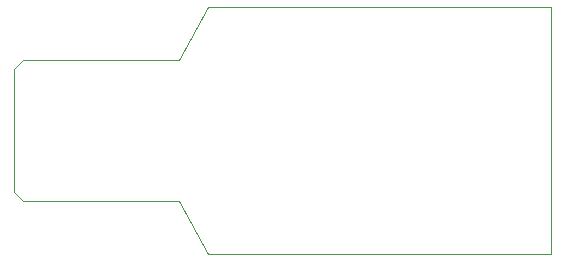
<source format=gbr>
%TF.GenerationSoftware,KiCad,Pcbnew,9.0.4*%
%TF.CreationDate,2025-09-22T16:02:19+02:00*%
%TF.ProjectId,SAULink9_ATPI_v2.0,5341554c-696e-46b3-995f-415450495f76,rev?*%
%TF.SameCoordinates,Original*%
%TF.FileFunction,Profile,NP*%
%FSLAX46Y46*%
G04 Gerber Fmt 4.6, Leading zero omitted, Abs format (unit mm)*
G04 Created by KiCad (PCBNEW 9.0.4) date 2025-09-22 16:02:19*
%MOMM*%
%LPD*%
G01*
G04 APERTURE LIST*
%TA.AperFunction,Profile*%
%ADD10C,0.050000*%
%TD*%
G04 APERTURE END LIST*
D10*
X152450000Y-99127500D02*
X152450000Y-78172500D01*
X123417252Y-99111748D02*
X152450000Y-99127500D01*
X120987252Y-82637748D02*
X123417252Y-78156748D01*
X123417252Y-78156748D02*
X152450000Y-78172500D01*
X120987252Y-94637748D02*
X123417252Y-99111748D01*
%TO.C,J1*%
X106987252Y-83437748D02*
X106987252Y-93837748D01*
X106987252Y-83437748D02*
X107787252Y-82637748D01*
X106987252Y-93837748D02*
X107787252Y-94637748D01*
X120987252Y-82637748D02*
X107787252Y-82637748D01*
X120987252Y-94637748D02*
X107787252Y-94637748D01*
%TD*%
M02*

</source>
